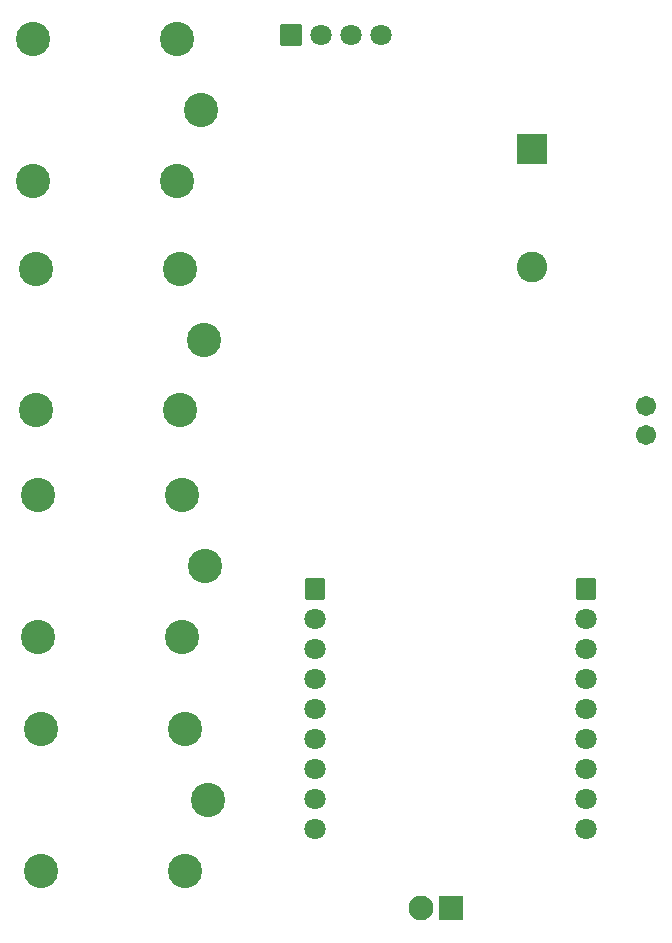
<source format=gbs>
G04 Layer: BottomSolderMaskLayer*
G04 EasyEDA Pro v2.1.35.b8f67982.0908df, 2024-06-03 14:47:18*
G04 Gerber Generator version 0.3*
G04 Scale: 100 percent, Rotated: No, Reflected: No*
G04 Dimensions in millimeters*
G04 Leading zeros omitted, absolute positions, 3 integers and 3 decimals*
%FSLAX33Y33*%
%MOMM*%
%AMRoundRect*1,1,$1,$2,$3*1,1,$1,$4,$5*1,1,$1,0-$2,0-$3*1,1,$1,0-$4,0-$5*20,1,$1,$2,$3,$4,$5,0*20,1,$1,$4,$5,0-$2,0-$3,0*20,1,$1,0-$2,0-$3,0-$4,0-$5,0*20,1,$1,0-$4,0-$5,$2,$3,0*4,1,4,$2,$3,$4,$5,0-$2,0-$3,0-$4,0-$5,$2,$3,0*%
%ADD10C,2.896*%
%ADD11RoundRect,0.096X0.79X0.853X0.79X-0.853*%
%ADD12C,1.802*%
%ADD13RoundRect,0.097X1.002X-1.002X-1.002X-1.002*%
%ADD14C,2.102*%
%ADD15C,1.702*%
%ADD16RoundRect,0.098X1.252X1.252X1.252X-1.252*%
%ADD17C,2.602*%
%ADD18RoundRect,0.096X-0.853X0.853X0.853X0.853*%
G75*


G04 Pad Start*
G54D10*
G01X26682Y-11019D03*
G01X40882Y-17018D03*
G01X38882Y-23018D03*
G01X38882Y-11018D03*
G01X26682Y-23017D03*
G01X27063Y-49627D03*
G01X41263Y-55626D03*
G01X39263Y-61626D03*
G01X39263Y-49626D03*
G01X27063Y-61625D03*
G54D11*
G01X50546Y-57531D03*
G54D12*
G01X50546Y-60071D03*
G01X50546Y-62611D03*
G01X50546Y-65151D03*
G01X50546Y-67691D03*
G01X50546Y-70231D03*
G01X50546Y-72771D03*
G01X50546Y-75311D03*
G01X50546Y-77851D03*
G54D11*
G01X73452Y-57531D03*
G54D12*
G01X73452Y-60071D03*
G01X73452Y-62611D03*
G01X73452Y-65151D03*
G01X73452Y-67691D03*
G01X73452Y-70231D03*
G01X73452Y-72771D03*
G01X73452Y-75311D03*
G01X73452Y-77851D03*
G54D13*
G01X62103Y-84582D03*
G54D14*
G01X59563Y-84582D03*
G54D15*
G01X78613Y-44557D03*
G01X78613Y-42057D03*
G54D16*
G01X68961Y-20273D03*
G54D17*
G01X68961Y-30273D03*
G54D18*
G01X48514Y-10668D03*
G54D12*
G01X51054Y-10668D03*
G01X53594Y-10668D03*
G01X56134Y-10668D03*
G54D10*
G01X27317Y-69439D03*
G01X41517Y-75438D03*
G01X39517Y-81438D03*
G01X39517Y-69438D03*
G01X27317Y-81437D03*
G01X26936Y-30450D03*
G01X41136Y-36449D03*
G01X39136Y-42449D03*
G01X39136Y-30449D03*
G01X26936Y-42448D03*
G04 Pad End*

M02*

</source>
